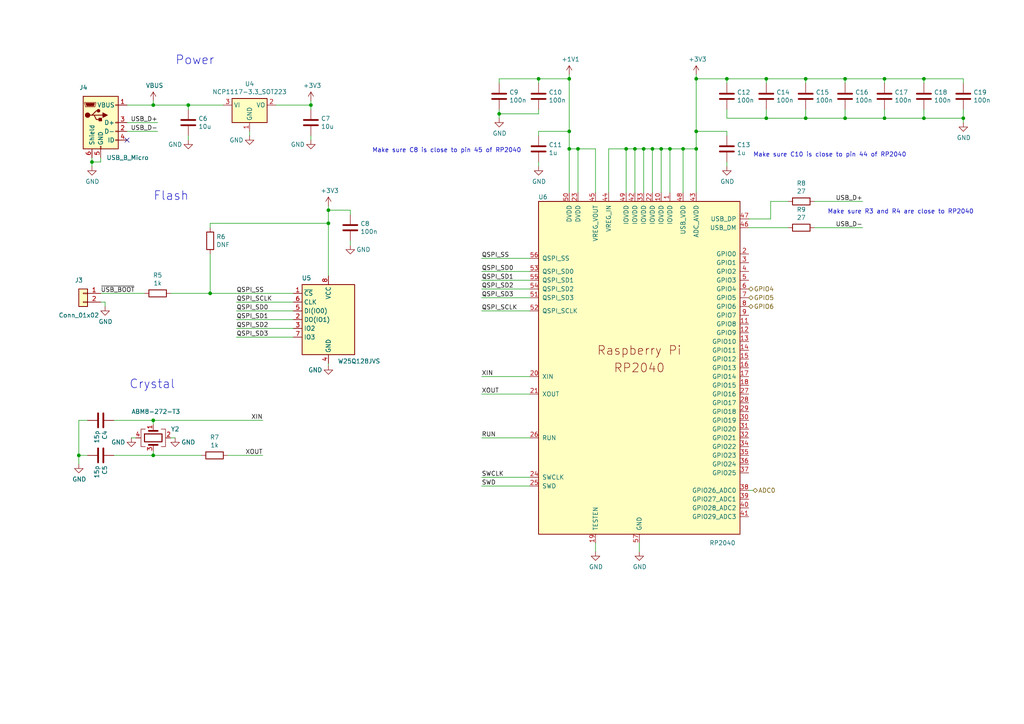
<source format=kicad_sch>
(kicad_sch (version 20241209) (generator "eeschema") (generator_version "9.0")
  (paper "A4")
  (lib_symbols
    (symbol "Connector:USB_B_Micro" (pin_names (offset 1.016))
      (property "Reference" "J" (at -5.08 11.43 0))
      (property "Value" "USB_B_Micro" (at -5.08 8.89 0))
      (symbol "USB_B_Micro_0_1"
        (rectangle (start -5.08 -7.62) (end 5.08 7.62) (stroke (width 0.254)) (fill (type background)))
        (polyline (pts (xy -4.699 5.842) (xy -4.699 5.588) (xy -4.445 4.826) (xy -4.445 4.572) (xy -1.651 4.572) (xy -1.651 4.826) (xy -1.397 5.588) (xy -1.397 5.842) (xy -4.699 5.842)))
        (polyline (pts (xy -4.318 5.588) (xy -1.778 5.588) (xy -2.032 4.826) (xy -4.064 4.826) (xy -4.318 5.588)) (fill (type outline)))
        (circle (center -3.81 2.159) (radius 0.635) (stroke (width 0.254)) (fill (type outline)))
        (polyline (pts (xy -3.175 2.159) (xy -2.54 2.159) (xy -1.27 3.429) (xy -0.635 3.429)) (stroke (width 0.254)))
        (polyline (pts (xy -2.54 2.159) (xy -1.905 2.159) (xy -1.27 0.889) (xy 0 0.889)) (stroke (width 0.254)))
        (polyline (pts (xy -1.905 2.159) (xy 0.635 2.159)) (stroke (width 0.254)))
        (circle (center -0.635 3.429) (radius 0.381) (stroke (width 0.254)) (fill (type outline)))
        (rectangle (start -0.127 -7.62) (end 0.127 -6.858))
        (rectangle (start 0.254 1.27) (end -0.508 0.508) (stroke (width 0.254)) (fill (type outline)))
        (polyline (pts (xy 0.635 2.794) (xy 0.635 1.524) (xy 1.905 2.159) (xy 0.635 2.794)) (stroke (width 0.254)) (fill (type outline)))
        (rectangle (start 5.08 4.953) (end 4.318 5.207))
        (rectangle (start 5.08 -0.127) (end 4.318 0.127))
        (rectangle (start 5.08 -2.667) (end 4.318 -2.413))
        (rectangle (start 5.08 -5.207) (end 4.318 -4.953))
      )
      (symbol "USB_B_Micro_1_1"
        (pin passive line (at -2.54 -10.16 90) (length 2.54) (name "Shield") (number "6"))
        (pin power_out line (at 0 -10.16 90) (length 2.54) (name "GND") (number "5"))
        (pin power_out line (at 7.62 5.08 180) (length 2.54) (name "VBUS") (number "1"))
        (pin bidirectional line (at 7.62 0 180) (length 2.54) (name "D+") (number "3"))
        (pin bidirectional line (at 7.62 -2.54 180) (length 2.54) (name "D-") (number "2"))
        (pin passive line (at 7.62 -5.08 180) (length 2.54) (name "ID") (number "4"))
      )
    )
    (symbol "Connector_Generic:Conn_01x02" (pin_names (offset 1.016) (hide yes))
      (property "Reference" "J" (at 0 2.54 0))
      (property "Value" "Conn_01x02" (at 0 -5.08 0))
      (symbol "Conn_01x02_1_1"
        (rectangle (start -1.27 1.27) (end 1.27 -3.81) (stroke (width 0.254)) (fill (type background)))
        (rectangle (start -1.27 0.127) (end 0 -0.127) (stroke (width 0.1524)))
        (rectangle (start -1.27 -2.413) (end 0 -2.667) (stroke (width 0.1524)))
        (pin passive line (at -5.08 0 0) (length 3.81) (name "Pin_1") (number "1"))
        (pin passive line (at -5.08 -2.54 0) (length 3.81) (name "Pin_2") (number "2"))
      )
    )
    (symbol "Device:C" (pin_numbers (hide yes)) (pin_names (offset 0.254))
      (property "Reference" "C" (at 0.635 2.54 0))
      (property "Value" "C" (at 0.635 -2.54 0))
      (symbol "C_0_1"
        (polyline (pts (xy -2.032 0.762) (xy 2.032 0.762)) (stroke (width 0.508)))
        (polyline (pts (xy -2.032 -0.762) (xy 2.032 -0.762)) (stroke (width 0.508)))
      )
      (symbol "C_1_1"
        (pin passive line (at 0 3.81 270) (length 2.794) (name "~") (number "1"))
        (pin passive line (at 0 -3.81 90) (length 2.794) (name "~") (number "2"))
      )
    )
    (symbol "Device:Crystal_GND24" (pin_names (offset 1.016) (hide yes))
      (property "Reference" "Y" (at 3.175 5.08 0))
      (property "Value" "Crystal_GND24" (at 3.175 3.175 0))
      (symbol "Crystal_GND24_0_1"
        (polyline (pts (xy -2.54 2.286) (xy -2.54 3.556) (xy 2.54 3.556) (xy 2.54 2.286)))
        (polyline (pts (xy -2.54 0) (xy -2.032 0)))
        (polyline (pts (xy -2.54 -2.286) (xy -2.54 -3.556) (xy 2.54 -3.556) (xy 2.54 -2.286)))
        (polyline (pts (xy -2.032 -1.27) (xy -2.032 1.27)) (stroke (width 0.508)))
        (rectangle (start -1.143 2.54) (end 1.143 -2.54) (stroke (width 0.3048)))
        (polyline (pts (xy 0 3.556) (xy 0 3.81)))
        (polyline (pts (xy 0 -3.81) (xy 0 -3.556)))
        (polyline (pts (xy 2.032 0) (xy 2.54 0)))
        (polyline (pts (xy 2.032 -1.27) (xy 2.032 1.27)) (stroke (width 0.508)))
      )
      (symbol "Crystal_GND24_1_1"
        (pin passive line (at -3.81 0 0) (length 1.27) (name "1") (number "1"))
        (pin passive line (at 0 5.08 270) (length 1.27) (name "2") (number "2"))
        (pin passive line (at 0 -5.08 90) (length 1.27) (name "4") (number "4"))
        (pin passive line (at 3.81 0 180) (length 1.27) (name "3") (number "3"))
      )
    )
    (symbol "Device:R" (pin_numbers (hide yes)) (pin_names (offset 0))
      (property "Reference" "R" (at 2.032 0 90))
      (property "Value" "R" (at 0 0 90))
      (symbol "R_0_1"
        (rectangle (start -1.016 -2.54) (end 1.016 2.54) (stroke (width 0.254)))
      )
      (symbol "R_1_1"
        (pin passive line (at 0 3.81 270) (length 1.27) (name "~") (number "1"))
        (pin passive line (at 0 -3.81 90) (length 1.27) (name "~") (number "2"))
      )
    )
    (symbol "MCU_RaspberryPi_RP2040:RP2040" (pin_names (offset 1.016))
      (property "Reference" "U" (at -29.21 49.53 0))
      (property "Value" "RP2040" (at 24.13 -49.53 0))
      (symbol "RP2040_0_0"
        (text "Raspberry Pi" (at 0 5.08 0) (effects (font (size 2.54 2.54))))
        (text "RP2040" (at 0 0 0) (effects (font (size 2.54 2.54))))
      )
      (symbol "RP2040_0_1"
        (rectangle (start 29.21 48.26) (end -29.21 -48.26) (stroke (width 0.254)) (fill (type background)))
      )
      (symbol "RP2040_1_1"
        (pin bidirectional line (at -31.75 31.75 0) (length 2.54) (name "QSPI_SS") (number "56"))
        (pin bidirectional line (at -31.75 27.94 0) (length 2.54) (name "QSPI_SD0") (number "53"))
        (pin bidirectional line (at -31.75 25.4 0) (length 2.54) (name "QSPI_SD1") (number "55"))
        (pin bidirectional line (at -31.75 22.86 0) (length 2.54) (name "QSPI_SD2") (number "54"))
        (pin bidirectional line (at -31.75 20.32 0) (length 2.54) (name "QSPI_SD3") (number "51"))
        (pin output line (at -31.75 16.51 0) (length 2.54) (name "QSPI_SCLK") (number "52"))
        (pin input line (at -31.75 -2.54 0) (length 2.54) (name "XIN") (number "20"))
        (pin passive line (at -31.75 -7.62 0) (length 2.54) (name "XOUT") (number "21"))
        (pin input line (at -31.75 -20.32 0) (length 2.54) (name "RUN") (number "26"))
        (pin output line (at -31.75 -31.75 0) (length 2.54) (name "SWCLK") (number "24"))
        (pin bidirectional line (at -31.75 -34.29 0) (length 2.54) (name "SWD") (number "25"))
        (pin power_in line (at -20.32 50.8 270) (length 2.54) (name "DVDD") (number "50"))
        (pin power_in line (at -17.78 50.8 270) (length 2.54) (name "DVDD") (number "23"))
        (pin power_out line (at -12.7 50.8 270) (length 2.54) (name "VREG_VOUT") (number "45"))
        (pin passive line (at -12.7 -50.8 90) (length 2.54) (name "TESTEN") (number "19"))
        (pin power_in line (at -8.89 50.8 270) (length 2.54) (name "VREG_IN") (number "44"))
        (pin power_in line (at -3.81 50.8 270) (length 2.54) (name "IOVDD") (number "49"))
        (pin power_in line (at -1.27 50.8 270) (length 2.54) (name "IOVDD") (number "42"))
        (pin power_in line (at 0 -50.8 90) (length 2.54) (name "GND") (number "57"))
        (pin power_in line (at 1.27 50.8 270) (length 2.54) (name "IOVDD") (number "33"))
        (pin power_in line (at 3.81 50.8 270) (length 2.54) (name "IOVDD") (number "22"))
        (pin power_in line (at 6.35 50.8 270) (length 2.54) (name "IOVDD") (number "10"))
        (pin power_in line (at 8.89 50.8 270) (length 2.54) (name "IOVDD") (number "1"))
        (pin power_in line (at 12.7 50.8 270) (length 2.54) (name "USB_VDD") (number "48"))
        (pin power_in line (at 16.51 50.8 270) (length 2.54) (name "ADC_AVDD") (number "43"))
        (pin bidirectional line (at 31.75 43.18 180) (length 2.54) (name "USB_DP") (number "47"))
        (pin bidirectional line (at 31.75 40.64 180) (length 2.54) (name "USB_DM") (number "46"))
        (pin bidirectional line (at 31.75 33.02 180) (length 2.54) (name "GPIO0") (number "2"))
        (pin bidirectional line (at 31.75 30.48 180) (length 2.54) (name "GPIO1") (number "3"))
        (pin bidirectional line (at 31.75 27.94 180) (length 2.54) (name "GPIO2") (number "4"))
        (pin bidirectional line (at 31.75 25.4 180) (length 2.54) (name "GPIO3") (number "5"))
        (pin bidirectional line (at 31.75 22.86 180) (length 2.54) (name "GPIO4") (number "6"))
        (pin bidirectional line (at 31.75 20.32 180) (length 2.54) (name "GPIO5") (number "7"))
        (pin bidirectional line (at 31.75 17.78 180) (length 2.54) (name "GPIO6") (number "8"))
        (pin bidirectional line (at 31.75 15.24 180) (length 2.54) (name "GPIO7") (number "9"))
        (pin bidirectional line (at 31.75 12.7 180) (length 2.54) (name "GPIO8") (number "11"))
        (pin bidirectional line (at 31.75 10.16 180) (length 2.54) (name "GPIO9") (number "12"))
        (pin bidirectional line (at 31.75 7.62 180) (length 2.54) (name "GPIO10") (number "13"))
        (pin bidirectional line (at 31.75 5.08 180) (length 2.54) (name "GPIO11") (number "14"))
        (pin bidirectional line (at 31.75 2.54 180) (length 2.54) (name "GPIO12") (number "15"))
        (pin bidirectional line (at 31.75 0 180) (length 2.54) (name "GPIO13") (number "16"))
        (pin bidirectional line (at 31.75 -2.54 180) (length 2.54) (name "GPIO14") (number "17"))
        (pin bidirectional line (at 31.75 -5.08 180) (length 2.54) (name "GPIO15") (number "18"))
        (pin bidirectional line (at 31.75 -7.62 180) (length 2.54) (name "GPIO16") (number "27"))
        (pin bidirectional line (at 31.75 -10.16 180) (length 2.54) (name "GPIO17") (number "28"))
        (pin bidirectional line (at 31.75 -12.7 180) (length 2.54) (name "GPIO18") (number "29"))
        (pin bidirectional line (at 31.75 -15.24 180) (length 2.54) (name "GPIO19") (number "30"))
        (pin bidirectional line (at 31.75 -17.78 180) (length 2.54) (name "GPIO20") (number "31"))
        (pin bidirectional line (at 31.75 -20.32 180) (length 2.54) (name "GPIO21") (number "32"))
        (pin bidirectional line (at 31.75 -22.86 180) (length 2.54) (name "GPIO22") (number "34"))
        (pin bidirectional line (at 31.75 -25.4 180) (length 2.54) (name "GPIO23") (number "35"))
        (pin bidirectional line (at 31.75 -27.94 180) (length 2.54) (name "GPIO24") (number "36"))
        (pin bidirectional line (at 31.75 -30.48 180) (length 2.54) (name "GPIO25") (number "37"))
        (pin bidirectional line (at 31.75 -35.56 180) (length 2.54) (name "GPIO26_ADC0") (number "38"))
        (pin bidirectional line (at 31.75 -38.1 180) (length 2.54) (name "GPIO27_ADC1") (number "39"))
        (pin bidirectional line (at 31.75 -40.64 180) (length 2.54) (name "GPIO28_ADC2") (number "40"))
        (pin bidirectional line (at 31.75 -43.18 180) (length 2.54) (name "GPIO29_ADC3") (number "41"))
      )
    )
    (symbol "Memory_Flash:W25Q128JVS"
      (property "Reference" "U" (at -8.89 8.89 0))
      (property "Value" "W25Q128JVS" (at 7.62 8.89 0))
      (symbol "W25Q128JVS_0_1"
        (rectangle (start -7.62 10.16) (end 7.62 -10.16) (stroke (width 0.254)) (fill (type background)))
      )
      (symbol "W25Q128JVS_1_1"
        (pin input line (at -10.16 7.62 0) (length 2.54) (name "~{CS}") (number "1"))
        (pin input line (at -10.16 5.08 0) (length 2.54) (name "CLK") (number "6"))
        (pin bidirectional line (at -10.16 2.54 0) (length 2.54) (name "DI(IO0)") (number "5"))
        (pin bidirectional line (at -10.16 0 0) (length 2.54) (name "DO(IO1)") (number "2"))
        (pin bidirectional line (at -10.16 -2.54 0) (length 2.54) (name "IO2") (number "3"))
        (pin bidirectional line (at -10.16 -5.08 0) (length 2.54) (name "IO3") (number "7"))
        (pin power_in line (at 0 12.7 270) (length 2.54) (name "VCC") (number "8"))
        (pin power_in line (at 0 -12.7 90) (length 2.54) (name "GND") (number "4"))
      )
    )
    (symbol "Regulator_Linear:NCP1117-3.3_SOT223"
      (property "Reference" "U" (at -3.81 3.175 0))
      (property "Value" "NCP1117-3.3_SOT223" (at 0 3.175 0))
      (symbol "NCP1117-3.3_SOT223_0_1"
        (rectangle (start -5.08 -5.08) (end 5.08 1.905) (stroke (width 0.254)) (fill (type background)))
      )
      (symbol "NCP1117-3.3_SOT223_1_1"
        (pin power_in line (at -7.62 0 0) (length 2.54) (name "VI") (number "3"))
        (pin power_in line (at 0 -7.62 90) (length 2.54) (name "GND") (number "1"))
        (pin power_out line (at 7.62 0 180) (length 2.54) (name "VO") (number "2"))
      )
    )
    (symbol "power:+1V1" (power) (pin_names (offset 0))
      (property "Value" "+1V1" (at 0 3.556 0))
      (symbol "+1V1_0_1"
        (polyline (pts (xy -0.762 1.27) (xy 0 2.54)))
        (polyline (pts (xy 0 2.54) (xy 0.762 1.27)))
        (polyline (pts (xy 0 0) (xy 0 2.54)))
      )
      (symbol "+1V1_1_1"
        (pin power_in line (at 0 0 90) (length 0) (hide yes) (name "+1V1") (number "1"))
      )
    )
    (symbol "power:+3V3" (power) (pin_names (offset 0))
      (property "Value" "+3V3" (at 0 3.556 0))
      (symbol "+3V3_0_1"
        (polyline (pts (xy -0.762 1.27) (xy 0 2.54)))
        (polyline (pts (xy 0 2.54) (xy 0.762 1.27)))
        (polyline (pts (xy 0 0) (xy 0 2.54)))
      )
      (symbol "+3V3_1_1"
        (pin power_in line (at 0 0 90) (length 0) (hide yes) (name "+3V3") (number "1"))
      )
    )
    (symbol "power:GND" (power) (pin_names (offset 0))
      (property "Value" "GND" (at 0 -3.81 0))
      (symbol "GND_0_1"
        (polyline (pts (xy 0 0) (xy 0 -1.27) (xy 1.27 -1.27) (xy 0 -2.54) (xy -1.27 -1.27) (xy 0 -1.27)))
      )
      (symbol "GND_1_1"
        (pin power_in line (at 0 0 270) (length 0) (hide yes) (name "GND") (number "1"))
      )
    )
    (symbol "power:VBUS" (power) (pin_names (offset 0))
      (property "Value" "VBUS" (at 0 3.81 0))
      (symbol "VBUS_0_1"
        (polyline (pts (xy -0.762 1.27) (xy 0 2.54)))
        (polyline (pts (xy 0 2.54) (xy 0.762 1.27)))
        (polyline (pts (xy 0 0) (xy 0 2.54)))
      )
      (symbol "VBUS_1_1"
        (pin power_in line (at 0 0 90) (length 0) (hide yes) (name "VBUS") (number "1"))
      )
    )
  )
  (text "Power" (at 50.8 19.05 0) (effects (font (size 2.54 2.54)) (justify left bottom)))
  (text "Flash" (at 44.45 58.42 0) (effects (font (size 2.54 2.54)) (justify left bottom)))
  (text "Make sure R3 and R4 are close to RP2040" (at 240.03 62.23 0) (effects (font (size 1.27 1.27)) (justify left bottom)))
  (text "Make sure C8 is close to pin 45 of RP2040" (at 107.95 44.45 0) (effects (font (size 1.27 1.27)) (justify left bottom)))
  (text "Make sure C10 is close to pin 44 of RP2040" (at 218.44 45.72 0) (effects (font (size 1.27 1.27)) (justify left bottom)))
  (text "Crystal" (at 37.465 113.03 0) (effects (font (size 2.54 2.54)) (justify left bottom)))
  (junction (at 186.69 43.18))
  (junction (at 60.96 85.09))
  (junction (at 44.45 132.08))
  (junction (at 191.77 43.18))
  (junction (at 256.54 22.86))
  (junction (at 26.67 46.99))
  (junction (at 167.64 43.18))
  (junction (at 156.21 22.86))
  (junction (at 233.68 22.86))
  (junction (at 181.61 43.18))
  (junction (at 233.68 34.29))
  (junction (at 267.97 34.29))
  (junction (at 245.11 22.86))
  (junction (at 222.25 34.29))
  (junction (at 279.4 34.29))
  (junction (at 95.25 64.77))
  (junction (at 22.86 132.08))
  (junction (at 184.15 43.18))
  (junction (at 165.1 38.1))
  (junction (at 210.82 22.86))
  (junction (at 222.25 22.86))
  (junction (at 144.78 33.02))
  (junction (at 165.1 43.18))
  (junction (at 201.93 38.1))
  (junction (at 54.61 30.48))
  (junction (at 90.17 30.48))
  (junction (at 194.31 43.18))
  (junction (at 95.25 60.96))
  (junction (at 44.45 121.92))
  (junction (at 256.54 34.29))
  (junction (at 189.23 43.18))
  (junction (at 245.11 34.29))
  (junction (at 201.93 22.86))
  (junction (at 198.12 43.18))
  (junction (at 44.45 30.48))
  (junction (at 201.93 43.18))
  (junction (at 165.1 22.86))
  (junction (at 267.97 22.86))
  (no_connect (at 36.83 40.64))
  (wire (pts (xy 95.25 59.69) (xy 95.25 60.96)))
  (wire (pts (xy 210.82 22.86) (xy 222.25 22.86)))
  (wire (pts (xy 233.68 22.86) (xy 245.11 22.86)))
  (wire (pts (xy 189.23 43.18) (xy 191.77 43.18)))
  (wire (pts (xy 245.11 34.29) (xy 233.68 34.29)))
  (wire (pts (xy 156.21 46.99) (xy 156.21 48.26)))
  (wire (pts (xy 210.82 31.75) (xy 210.82 34.29)))
  (wire (pts (xy 44.45 121.92) (xy 76.2 121.92)))
  (wire (pts (xy 267.97 24.13) (xy 267.97 22.86)))
  (wire (pts (xy 256.54 34.29) (xy 245.11 34.29)))
  (wire (pts (xy 156.21 39.37) (xy 156.21 38.1)))
  (wire (pts (xy 25.4 132.08) (xy 22.86 132.08)))
  (wire (pts (xy 210.82 39.37) (xy 210.82 38.1)))
  (wire (pts (xy 22.86 132.08) (xy 22.86 134.62)))
  (wire (pts (xy 95.25 106.045) (xy 95.25 105.41)))
  (wire (pts (xy 201.93 38.1) (xy 201.93 43.18)))
  (wire (pts (xy 90.17 31.75) (xy 90.17 30.48)))
  (wire (pts (xy 41.91 85.09) (xy 29.21 85.09)))
  (wire (pts (xy 26.67 45.72) (xy 26.67 46.99)))
  (wire (pts (xy 101.6 62.23) (xy 101.6 60.96)))
  (wire (pts (xy 236.22 66.04) (xy 250.19 66.04)))
  (wire (pts (xy 54.61 31.75) (xy 54.61 30.48)))
  (wire (pts (xy 194.31 43.18) (xy 198.12 43.18)))
  (wire (pts (xy 184.15 43.18) (xy 186.69 43.18)))
  (wire (pts (xy 156.21 33.02) (xy 156.21 31.75)))
  (wire (pts (xy 38.1 127) (xy 39.37 127)))
  (wire (pts (xy 201.93 22.86) (xy 201.93 38.1)))
  (wire (pts (xy 222.25 22.86) (xy 233.68 22.86)))
  (wire (pts (xy 49.53 127) (xy 50.8 127)))
  (wire (pts (xy 72.39 38.1) (xy 72.39 39.37)))
  (wire (pts (xy 256.54 22.86) (xy 267.97 22.86)))
  (wire (pts (xy 54.61 39.37) (xy 54.61 40.64)))
  (wire (pts (xy 165.1 38.1) (xy 165.1 43.18)))
  (wire (pts (xy 44.45 29.21) (xy 44.45 30.48)))
  (wire (pts (xy 218.44 142.24) (xy 217.17 142.24)))
  (wire (pts (xy 139.7 86.36) (xy 153.67 86.36)))
  (wire (pts (xy 64.77 30.48) (xy 54.61 30.48)))
  (wire (pts (xy 139.7 109.22) (xy 153.67 109.22)))
  (wire (pts (xy 68.58 87.63) (xy 85.09 87.63)))
  (wire (pts (xy 201.93 22.86) (xy 210.82 22.86)))
  (wire (pts (xy 222.25 34.29) (xy 210.82 34.29)))
  (wire (pts (xy 191.77 55.88) (xy 191.77 43.18)))
  (wire (pts (xy 201.93 38.1) (xy 210.82 38.1)))
  (wire (pts (xy 184.15 55.88) (xy 184.15 43.18)))
  (wire (pts (xy 153.67 138.43) (xy 139.7 138.43)))
  (wire (pts (xy 186.69 43.18) (xy 189.23 43.18)))
  (wire (pts (xy 186.69 55.88) (xy 186.69 43.18)))
  (wire (pts (xy 156.21 38.1) (xy 165.1 38.1)))
  (wire (pts (xy 223.52 58.42) (xy 228.6 58.42)))
  (wire (pts (xy 25.4 121.92) (xy 22.86 121.92)))
  (wire (pts (xy 90.17 39.37) (xy 90.17 40.64)))
  (wire (pts (xy 191.77 43.18) (xy 194.31 43.18)))
  (wire (pts (xy 139.7 78.74) (xy 153.67 78.74)))
  (wire (pts (xy 36.83 30.48) (xy 44.45 30.48)))
  (wire (pts (xy 233.68 24.13) (xy 233.68 22.86)))
  (wire (pts (xy 167.64 55.88) (xy 167.64 43.18)))
  (wire (pts (xy 172.72 157.48) (xy 172.72 160.02)))
  (wire (pts (xy 217.17 63.5) (xy 223.52 63.5)))
  (wire (pts (xy 49.53 85.09) (xy 60.96 85.09)))
  (wire (pts (xy 60.96 73.66) (xy 60.96 85.09)))
  (wire (pts (xy 201.93 43.18) (xy 201.93 55.88)))
  (wire (pts (xy 144.78 33.02) (xy 156.21 33.02)))
  (wire (pts (xy 189.23 55.88) (xy 189.23 43.18)))
  (wire (pts (xy 80.01 30.48) (xy 90.17 30.48)))
  (wire (pts (xy 29.21 46.99) (xy 26.67 46.99)))
  (wire (pts (xy 217.17 66.04) (xy 228.6 66.04)))
  (wire (pts (xy 185.42 157.48) (xy 185.42 160.02)))
  (wire (pts (xy 201.93 21.59) (xy 201.93 22.86)))
  (wire (pts (xy 153.67 74.93) (xy 139.7 74.93)))
  (wire (pts (xy 210.82 46.99) (xy 210.82 48.26)))
  (wire (pts (xy 198.12 55.88) (xy 198.12 43.18)))
  (wire (pts (xy 90.17 30.48) (xy 90.17 29.21)))
  (wire (pts (xy 101.6 60.96) (xy 95.25 60.96)))
  (wire (pts (xy 139.7 81.28) (xy 153.67 81.28)))
  (wire (pts (xy 33.02 121.92) (xy 44.45 121.92)))
  (wire (pts (xy 139.7 83.82) (xy 153.67 83.82)))
  (wire (pts (xy 22.86 121.92) (xy 22.86 132.08)))
  (wire (pts (xy 279.4 34.29) (xy 279.4 35.56)))
  (wire (pts (xy 44.45 132.08) (xy 58.42 132.08)))
  (wire (pts (xy 144.78 22.86) (xy 156.21 22.86)))
  (wire (pts (xy 44.45 130.81) (xy 44.45 132.08)))
  (wire (pts (xy 153.67 127) (xy 139.7 127)))
  (wire (pts (xy 153.67 90.17) (xy 139.7 90.17)))
  (wire (pts (xy 144.78 33.02) (xy 144.78 34.29)))
  (wire (pts (xy 165.1 21.59) (xy 165.1 22.86)))
  (wire (pts (xy 29.21 87.63) (xy 30.48 87.63)))
  (wire (pts (xy 194.31 43.18) (xy 194.31 55.88)))
  (wire (pts (xy 222.25 31.75) (xy 222.25 34.29)))
  (wire (pts (xy 153.67 140.97) (xy 139.7 140.97)))
  (wire (pts (xy 176.53 55.88) (xy 176.53 43.18)))
  (wire (pts (xy 30.48 87.63) (xy 30.48 88.9)))
  (wire (pts (xy 223.52 58.42) (xy 223.52 63.5)))
  (wire (pts (xy 60.96 85.09) (xy 85.09 85.09)))
  (wire (pts (xy 156.21 22.86) (xy 165.1 22.86)))
  (wire (pts (xy 36.83 35.56) (xy 45.72 35.56)))
  (wire (pts (xy 85.09 95.25) (xy 68.58 95.25)))
  (wire (pts (xy 144.78 24.13) (xy 144.78 22.86)))
  (wire (pts (xy 267.97 34.29) (xy 256.54 34.29)))
  (wire (pts (xy 33.02 132.08) (xy 44.45 132.08)))
  (wire (pts (xy 44.45 30.48) (xy 54.61 30.48)))
  (wire (pts (xy 233.68 31.75) (xy 233.68 34.29)))
  (wire (pts (xy 256.54 31.75) (xy 256.54 34.29)))
  (wire (pts (xy 95.25 60.96) (xy 95.25 64.77)))
  (wire (pts (xy 267.97 22.86) (xy 279.4 22.86)))
  (wire (pts (xy 85.09 92.71) (xy 68.58 92.71)))
  (wire (pts (xy 144.78 31.75) (xy 144.78 33.02)))
  (wire (pts (xy 245.11 24.13) (xy 245.11 22.86)))
  (wire (pts (xy 85.09 97.79) (xy 68.58 97.79)))
  (wire (pts (xy 279.4 31.75) (xy 279.4 34.29)))
  (wire (pts (xy 236.22 58.42) (xy 250.19 58.42)))
  (wire (pts (xy 245.11 22.86) (xy 256.54 22.86)))
  (wire (pts (xy 256.54 24.13) (xy 256.54 22.86)))
  (wire (pts (xy 279.4 24.13) (xy 279.4 22.86)))
  (wire (pts (xy 245.11 31.75) (xy 245.11 34.29)))
  (wire (pts (xy 44.45 123.19) (xy 44.45 121.92)))
  (wire (pts (xy 66.04 132.08) (xy 76.2 132.08)))
  (wire (pts (xy 198.12 43.18) (xy 201.93 43.18)))
  (wire (pts (xy 60.96 66.04) (xy 60.96 64.77)))
  (wire (pts (xy 101.6 69.85) (xy 101.6 71.12)))
  (wire (pts (xy 181.61 43.18) (xy 184.15 43.18)))
  (wire (pts (xy 267.97 34.29) (xy 279.4 34.29)))
  (wire (pts (xy 85.09 90.17) (xy 68.58 90.17)))
  (wire (pts (xy 233.68 34.29) (xy 222.25 34.29)))
  (wire (pts (xy 176.53 43.18) (xy 181.61 43.18)))
  (wire (pts (xy 95.25 64.77) (xy 95.25 80.01)))
  (wire (pts (xy 210.82 24.13) (xy 210.82 22.86)))
  (wire (pts (xy 36.83 38.1) (xy 45.72 38.1)))
  (wire (pts (xy 172.72 55.88) (xy 172.72 43.18)))
  (wire (pts (xy 26.67 46.99) (xy 26.67 48.26)))
  (wire (pts (xy 172.72 43.18) (xy 167.64 43.18)))
  (wire (pts (xy 153.67 114.3) (xy 139.7 114.3)))
  (wire (pts (xy 267.97 31.75) (xy 267.97 34.29)))
  (wire (pts (xy 181.61 55.88) (xy 181.61 43.18)))
  (wire (pts (xy 167.64 43.18) (xy 165.1 43.18)))
  (wire (pts (xy 165.1 43.18) (xy 165.1 55.88)))
  (wire (pts (xy 222.25 24.13) (xy 222.25 22.86)))
  (wire (pts (xy 29.21 45.72) (xy 29.21 46.99)))
  (wire (pts (xy 156.21 24.13) (xy 156.21 22.86)))
  (wire (pts (xy 165.1 22.86) (xy 165.1 38.1)))
  (wire (pts (xy 60.96 64.77) (xy 95.25 64.77)))
  (label "QSPI_SD3" (at 139.7 86.36 0))
  (label "USB_D-" (at 45.72 38.1 180))
  (label "QSPI_SCLK" (at 139.7 90.17 0))
  (label "QSPI_SS" (at 68.58 85.09 0))
  (label "QSPI_SD0" (at 68.58 90.17 0))
  (label "SWCLK" (at 139.7 138.43 0))
  (label "XIN" (at 139.7 109.22 0))
  (label "QSPI_SD1" (at 68.58 92.71 0))
  (label "XOUT" (at 76.2 132.08 180))
  (label "USB_D+" (at 250.19 58.42 180))
  (label "XOUT" (at 139.7 114.3 0))
  (label "QSPI_SD0" (at 139.7 78.74 0))
  (label "USB_D-" (at 250.19 66.04 180))
  (label "QSPI_SD2" (at 68.58 95.25 0))
  (label "XIN" (at 76.2 121.92 180))
  (label "QSPI_SD1" (at 139.7 81.28 0))
  (label "QSPI_SCLK" (at 68.58 87.63 0))
  (label "QSPI_SD2" (at 139.7 83.82 0))
  (label "~{USB_BOOT}" (at 29.21 85.09 0))
  (label "QSPI_SS" (at 139.7 74.93 0))
  (label "RUN" (at 139.7 127 0))
  (label "USB_D+" (at 45.72 35.56 180))
  (label "QSPI_SD3" (at 68.58 97.79 0))
  (label "SWD" (at 139.7 140.97 0))
  (hierarchical_label "GPIO6" (shape bidirectional) (at 217.17 88.9 0))
  (hierarchical_label "GPIO4" (shape bidirectional) (at 217.17 83.82 0))
  (hierarchical_label "ADC0" (shape bidirectional) (at 218.44 142.24 0))
  (hierarchical_label "GPIO5" (shape bidirectional) (at 217.17 86.36 0))
  (symbol (lib_id "power:+3V3") (at 201.93 21.59 0) (unit 1)
    (property "Reference" "#PWR031" (effects (hide yes)))
    (property "Value" "+3V3" (at 202.311 17.1958 0))
  )
  (symbol (lib_id "Regulator_Linear:NCP1117-3.3_SOT223") (at 72.39 30.48 0) (unit 1)
    (property "Reference" "U4" (at 72.39 24.3332 0))
    (property "Value" "NCP1117-3.3_SOT223" (at 72.39 26.6446 0))
    (property "Footprint" "Package_TO_SOT_SMD:SOT-223-3_TabPin2" (effects (hide yes)))
    (property "Datasheet" "http://www.onsemi.com/pub_link/Collateral/NCP1117-D.PDF" (effects (hide yes)))
  )
  (symbol (lib_id "Device:C") (at 156.21 27.94 0) (unit 1)
    (property "Reference" "C10" (at 159.131 26.7716 0) (effects (justify left)))
    (property "Value" "100n" (at 159.131 29.083 0) (effects (justify left)))
    (property "Footprint" "Capacitor_SMD:C_0402_1005Metric" (effects (hide yes)))
  )
  (symbol (lib_id "Device:R") (at 62.23 132.08 270) (unit 1)
    (property "Reference" "R7" (at 62.23 126.8222 90))
    (property "Value" "1k" (at 62.23 129.1336 90))
    (property "Footprint" "Resistor_SMD:R_0402_1005Metric" (effects (hide yes)))
  )
  (symbol (lib_id "Device:C") (at 279.4 27.94 0) (unit 1)
    (property "Reference" "C19" (at 282.321 26.7716 0) (effects (justify left)))
    (property "Value" "100n" (at 282.321 29.083 0) (effects (justify left)))
    (property "Footprint" "Capacitor_SMD:C_0402_1005Metric" (effects (hide yes)))
  )
  (symbol (lib_id "Device:C") (at 29.21 132.08 270) (unit 1)
    (property "Reference" "C5" (at 30.3784 135.001 0) (effects (justify left)))
    (property "Value" "15p" (at 28.067 135.001 0) (effects (justify left)))
    (property "Footprint" "Capacitor_SMD:C_0402_1005Metric" (effects (hide yes)))
  )
  (symbol (lib_id "power:GND") (at 38.1 127 0) (unit 1)
    (property "Reference" "#PWR018" (effects (hide yes)))
    (property "Value" "GND" (at 34.29 128.27 0))
  )
  (symbol (lib_id "Device:C") (at 210.82 43.18 0) (unit 1)
    (property "Reference" "C13" (at 213.741 42.0116 0) (effects (justify left)))
    (property "Value" "1u" (at 213.741 44.323 0) (effects (justify left)))
    (property "Footprint" "Capacitor_SMD:C_0402_1005Metric" (effects (hide yes)))
  )
  (symbol (lib_id "Device:C") (at 245.11 27.94 0) (unit 1)
    (property "Reference" "C16" (at 248.031 26.7716 0) (effects (justify left)))
    (property "Value" "100n" (at 248.031 29.083 0) (effects (justify left)))
    (property "Footprint" "Capacitor_SMD:C_0402_1005Metric" (effects (hide yes)))
  )
  (symbol (lib_id "Memory_Flash:W25Q128JVS") (at 95.25 92.71 0) (unit 1)
    (property "Reference" "U5" (at 88.9 80.645 0))
    (property "Value" "W25Q128JVS" (at 104.14 104.775 0))
    (property "Footprint" "Package_SO:SOIC-8_5.23x5.23mm_P1.27mm" (effects (hide yes)))
    (property "Datasheet" "http://www.winbond.com/resource-files/w25q128jv_dtr%20revc%2003272018%20plus.pdf" (effects (hide yes)))
  )
  (symbol (lib_id "power:GND") (at 95.25 106.045 0) (unit 1)
    (property "Reference" "#PWR024" (effects (hide yes)))
    (property "Value" "GND" (at 91.44 107.315 0))
  )
  (symbol (lib_id "Connector:USB_B_Micro") (at 29.21 35.56 0) (unit 1)
    (property "Reference" "J4" (at 25.4 25.4 0) (effects (justify right)))
    (property "Value" "USB_B_Micro" (at 43.18 45.72 0) (effects (justify right)))
    (property "Footprint" "RP2040_minimal:USB_Micro-B_Amphenol_10103594-0001LF_Horizontal_modified" (effects (hide yes)))
  )
  (symbol (lib_id "Device:C") (at 54.61 35.56 0) (unit 1)
    (property "Reference" "C6" (at 57.531 34.3916 0) (effects (justify left)))
    (property "Value" "10u" (at 57.531 36.703 0) (effects (justify left)))
    (property "Footprint" "Capacitor_SMD:C_0805_2012Metric" (effects (hide yes)))
  )
  (symbol (lib_id "power:GND") (at 90.17 40.64 0) (unit 1)
    (property "Reference" "#PWR022" (effects (hide yes)))
    (property "Value" "GND" (at 86.36 41.91 0))
  )
  (symbol (lib_id "power:+3V3") (at 90.17 29.21 0) (unit 1)
    (property "Reference" "#PWR021" (effects (hide yes)))
    (property "Value" "+3V3" (at 90.551 24.8158 0))
  )
  (symbol (lib_id "power:+1V1") (at 165.1 21.59 0) (unit 1)
    (property "Reference" "#PWR028" (effects (hide yes)))
    (property "Value" "+1V1" (at 165.481 17.1958 0))
  )
  (symbol (lib_id "Device:C") (at 222.25 27.94 0) (unit 1)
    (property "Reference" "C14" (at 225.171 26.7716 0) (effects (justify left)))
    (property "Value" "100n" (at 225.171 29.083 0) (effects (justify left)))
    (property "Footprint" "Capacitor_SMD:C_0402_1005Metric" (effects (hide yes)))
  )
  (symbol (lib_id "Device:C") (at 210.82 27.94 0) (unit 1)
    (property "Reference" "C12" (at 213.741 26.7716 0) (effects (justify left)))
    (property "Value" "100n" (at 213.741 29.083 0) (effects (justify left)))
    (property "Footprint" "Capacitor_SMD:C_0402_1005Metric" (effects (hide yes)))
  )
  (symbol (lib_id "Device:R") (at 45.72 85.09 270) (unit 1)
    (property "Reference" "R5" (at 45.72 79.8322 90))
    (property "Value" "1k" (at 45.72 82.1436 90))
    (property "Footprint" "Resistor_SMD:R_0402_1005Metric" (effects (hide yes)))
  )
  (symbol (lib_id "power:GND") (at 22.86 134.62 0) (unit 1)
    (property "Reference" "#PWR015" (effects (hide yes)))
    (property "Value" "GND" (at 22.987 139.0142 0))
  )
  (symbol (lib_id "Device:R") (at 232.41 58.42 270) (unit 1)
    (property "Reference" "R8" (at 232.41 53.1622 90))
    (property "Value" "27" (at 232.41 55.4736 90))
    (property "Footprint" "Resistor_SMD:R_0402_1005Metric" (effects (hide yes)))
  )
  (symbol (lib_id "Device:C") (at 156.21 43.18 0) (unit 1)
    (property "Reference" "C11" (at 159.131 42.0116 0) (effects (justify left)))
    (property "Value" "1u" (at 159.131 44.323 0) (effects (justify left)))
    (property "Footprint" "Capacitor_SMD:C_0402_1005Metric" (effects (hide yes)))
  )
  (symbol (lib_id "power:GND") (at 26.67 48.26 0) (unit 1)
    (property "Reference" "#PWR013" (effects (hide yes)))
    (property "Value" "GND" (at 26.797 52.6542 0))
  )
  (symbol (lib_id "Device:C") (at 29.21 121.92 270) (unit 1)
    (property "Reference" "C4" (at 30.3784 124.841 0) (effects (justify left)))
    (property "Value" "15p" (at 28.067 124.841 0) (effects (justify left)))
    (property "Footprint" "Capacitor_SMD:C_0402_1005Metric" (effects (hide yes)))
  )
  (symbol (lib_id "Device:C") (at 101.6 66.04 0) (unit 1)
    (property "Reference" "C8" (at 104.521 64.8716 0) (effects (justify left)))
    (property "Value" "100n" (at 104.521 67.183 0) (effects (justify left)))
    (property "Footprint" "Capacitor_SMD:C_0402_1005Metric" (effects (hide yes)))
  )
  (symbol (lib_id "power:GND") (at 30.48 88.9 0) (unit 1)
    (property "Reference" "#PWR014" (effects (hide yes)))
    (property "Value" "GND" (at 30.607 93.2942 0))
  )
  (symbol (lib_id "Device:Crystal_GND24") (at 44.45 127 270) (unit 1)
    (property "Reference" "Y2" (at 49.53 124.46 90) (effects (justify left)))
    (property "Value" "ABM8-272-T3" (at 38.1 119.38 90) (effects (justify left)))
    (property "Footprint" "Crystal:Crystal_SMD_3225-4Pin_3.2x2.5mm" (effects (hide yes)))
  )
  (symbol (lib_id "power:GND") (at 156.21 48.26 0) (unit 1)
    (property "Reference" "#PWR027" (effects (hide yes)))
    (property "Value" "GND" (at 156.337 52.6542 0))
  )
  (symbol (lib_id "Connector_Generic:Conn_01x02") (at 24.13 85.09 0) (mirror y) (unit 1)
    (property "Reference" "J3" (at 22.86 81.28 0))
    (property "Value" "Conn_01x02" (at 22.86 91.44 0))
    (property "Footprint" "Connector_PinHeader_2.54mm:PinHeader_1x02_P2.54mm_Vertical" (effects (hide yes)))
  )
  (symbol (lib_id "power:GND") (at 54.61 40.64 0) (unit 1)
    (property "Reference" "#PWR017" (effects (hide yes)))
    (property "Value" "GND" (at 50.8 41.91 0))
  )
  (symbol (lib_id "power:GND") (at 144.78 34.29 0) (unit 1)
    (property "Reference" "#PWR026" (effects (hide yes)))
    (property "Value" "GND" (at 144.907 38.6842 0))
  )
  (symbol (lib_id "power:GND") (at 185.42 160.02 0) (unit 1)
    (property "Reference" "#PWR030" (effects (hide yes)))
    (property "Value" "GND" (at 185.547 164.4142 0))
  )
  (symbol (lib_id "power:+3V3") (at 95.25 59.69 0) (unit 1)
    (property "Reference" "#PWR023" (effects (hide yes)))
    (property "Value" "+3V3" (at 95.631 55.2958 0))
  )
  (symbol (lib_id "Device:R") (at 232.41 66.04 270) (unit 1)
    (property "Reference" "R9" (at 232.41 60.7822 90))
    (property "Value" "27" (at 232.41 63.0936 90))
    (property "Footprint" "Resistor_SMD:R_0402_1005Metric" (effects (hide yes)))
  )
  (symbol (lib_id "Device:C") (at 90.17 35.56 0) (unit 1)
    (property "Reference" "C7" (at 93.091 34.3916 0) (effects (justify left)))
    (property "Value" "10u" (at 93.091 36.703 0) (effects (justify left)))
    (property "Footprint" "Capacitor_SMD:C_0805_2012Metric" (effects (hide yes)))
  )
  (symbol (lib_id "MCU_RaspberryPi_RP2040:RP2040") (at 185.42 106.68 0) (unit 1)
    (property "Reference" "U6" (at 157.48 57.15 0))
    (property "Value" "RP2040" (at 209.55 157.48 0))
    (property "Footprint" "Package_DFN_QFN:QFN-56-1EP_7x7mm_P0.4mm_EP3.2x3.2mm_ThermalVias" (effects (hide yes)))
  )
  (symbol (lib_id "Device:C") (at 256.54 27.94 0) (unit 1)
    (property "Reference" "C17" (at 259.461 26.7716 0) (effects (justify left)))
    (property "Value" "100n" (at 259.461 29.083 0) (effects (justify left)))
    (property "Footprint" "Capacitor_SMD:C_0402_1005Metric" (effects (hide yes)))
  )
  (symbol (lib_id "Device:C") (at 233.68 27.94 0) (unit 1)
    (property "Reference" "C15" (at 236.601 26.7716 0) (effects (justify left)))
    (property "Value" "100n" (at 236.601 29.083 0) (effects (justify left)))
    (property "Footprint" "Capacitor_SMD:C_0402_1005Metric" (effects (hide yes)))
  )
  (symbol (lib_id "Device:C") (at 144.78 27.94 0) (unit 1)
    (property "Reference" "C9" (at 147.701 26.7716 0) (effects (justify left)))
    (property "Value" "100n" (at 147.701 29.083 0) (effects (justify left)))
    (property "Footprint" "Capacitor_SMD:C_0402_1005Metric" (effects (hide yes)))
  )
  (symbol (lib_id "Device:C") (at 267.97 27.94 0) (unit 1)
    (property "Reference" "C18" (at 270.891 26.7716 0) (effects (justify left)))
    (property "Value" "100n" (at 270.891 29.083 0) (effects (justify left)))
    (property "Footprint" "Capacitor_SMD:C_0402_1005Metric" (effects (hide yes)))
  )
  (symbol (lib_id "power:GND") (at 172.72 160.02 0) (unit 1)
    (property "Reference" "#PWR029" (effects (hide yes)))
    (property "Value" "GND" (at 172.847 164.4142 0))
  )
  (symbol (lib_id "power:GND") (at 50.8 127 0) (unit 1)
    (property "Reference" "#PWR019" (effects (hide yes)))
    (property "Value" "GND" (at 54.61 128.27 0))
  )
  (symbol (lib_id "power:GND") (at 210.82 48.26 0) (unit 1)
    (property "Reference" "#PWR032" (effects (hide yes)))
    (property "Value" "GND" (at 210.947 52.6542 0))
  )
  (symbol (lib_id "Device:R") (at 60.96 69.85 0) (unit 1)
    (property "Reference" "R6" (at 62.738 68.6816 0) (effects (justify left)))
    (property "Value" "DNF" (at 62.738 70.993 0) (effects (justify left)))
    (property "Footprint" "Resistor_SMD:R_0402_1005Metric" (effects (hide yes)))
  )
  (symbol (lib_id "power:GND") (at 101.6 71.12 0) (unit 1)
    (property "Reference" "#PWR025" (effects (hide yes)))
    (property "Value" "GND" (at 105.41 72.39 0))
  )
  (symbol (lib_id "power:VBUS") (at 44.45 29.21 0) (unit 1)
    (property "Reference" "#PWR016" (effects (hide yes)))
    (property "Value" "VBUS" (at 44.831 24.8158 0))
  )
  (symbol (lib_id "power:GND") (at 72.39 39.37 0) (unit 1)
    (property "Reference" "#PWR020" (effects (hide yes)))
    (property "Value" "GND" (at 68.58 40.64 0))
  )
  (symbol (lib_id "power:GND") (at 279.4 35.56 0) (unit 1)
    (property "Reference" "#PWR033" (effects (hide yes)))
    (property "Value" "GND" (at 279.527 39.9542 0))
  )
)
</source>
